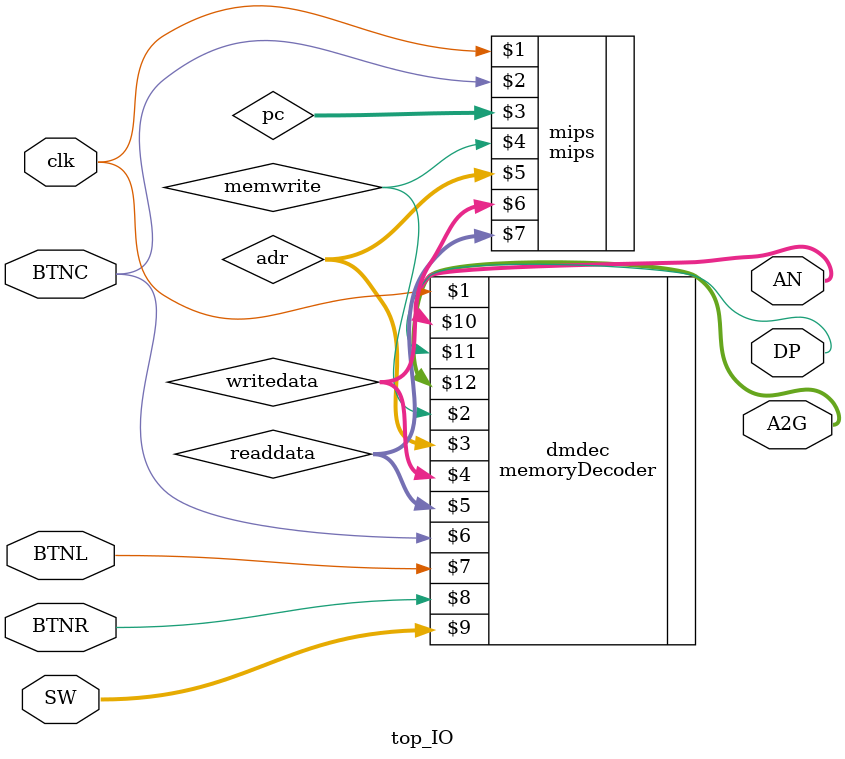
<source format=sv>
`timescale 1ns / 1ps

module top_IO(
    input logic clk, BTNC,
    input logic [15:0] SW,
    output logic [7:0] AN,
    output logic DP,
    input logic BTNL,
    input logic BTNR,
    output logic [6:0] A2G
    );
    
    logic [31:0] pc, readdata;
    logic [31:0] writedata, adr;
    logic memwrite;
    
    mips mips(clk, BTNC, pc, memwrite, adr, writedata, readdata);
    memoryDecoder dmdec(clk, memwrite, adr, writedata, readdata, BTNC, BTNL, BTNR, SW, AN, DP, A2G);
    
endmodule

</source>
